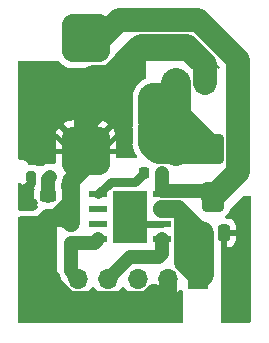
<source format=gbr>
%TF.GenerationSoftware,KiCad,Pcbnew,7.0.9*%
%TF.CreationDate,2024-06-21T09:26:43+09:00*%
%TF.ProjectId,08-REG_mod,30382d52-4547-45f6-9d6f-642e6b696361,rev?*%
%TF.SameCoordinates,Original*%
%TF.FileFunction,Copper,L1,Top*%
%TF.FilePolarity,Positive*%
%FSLAX46Y46*%
G04 Gerber Fmt 4.6, Leading zero omitted, Abs format (unit mm)*
G04 Created by KiCad (PCBNEW 7.0.9) date 2024-06-21 09:26:43*
%MOMM*%
%LPD*%
G01*
G04 APERTURE LIST*
G04 Aperture macros list*
%AMRoundRect*
0 Rectangle with rounded corners*
0 $1 Rounding radius*
0 $2 $3 $4 $5 $6 $7 $8 $9 X,Y pos of 4 corners*
0 Add a 4 corners polygon primitive as box body*
4,1,4,$2,$3,$4,$5,$6,$7,$8,$9,$2,$3,0*
0 Add four circle primitives for the rounded corners*
1,1,$1+$1,$2,$3*
1,1,$1+$1,$4,$5*
1,1,$1+$1,$6,$7*
1,1,$1+$1,$8,$9*
0 Add four rect primitives between the rounded corners*
20,1,$1+$1,$2,$3,$4,$5,0*
20,1,$1+$1,$4,$5,$6,$7,0*
20,1,$1+$1,$6,$7,$8,$9,0*
20,1,$1+$1,$8,$9,$2,$3,0*%
G04 Aperture macros list end*
%TA.AperFunction,SMDPad,CuDef*%
%ADD10RoundRect,1.025000X1.025000X-1.025000X1.025000X1.025000X-1.025000X1.025000X-1.025000X-1.025000X0*%
%TD*%
%TA.AperFunction,SMDPad,CuDef*%
%ADD11RoundRect,0.250000X0.650000X-1.000000X0.650000X1.000000X-0.650000X1.000000X-0.650000X-1.000000X0*%
%TD*%
%TA.AperFunction,SMDPad,CuDef*%
%ADD12R,1.550000X0.600000*%
%TD*%
%TA.AperFunction,ComponentPad*%
%ADD13C,0.600000*%
%TD*%
%TA.AperFunction,SMDPad,CuDef*%
%ADD14R,2.600000X3.100000*%
%TD*%
%TA.AperFunction,SMDPad,CuDef*%
%ADD15R,2.950000X4.500000*%
%TD*%
%TA.AperFunction,SMDPad,CuDef*%
%ADD16RoundRect,0.250000X-0.250000X-0.475000X0.250000X-0.475000X0.250000X0.475000X-0.250000X0.475000X0*%
%TD*%
%TA.AperFunction,SMDPad,CuDef*%
%ADD17RoundRect,0.200000X-0.275000X0.200000X-0.275000X-0.200000X0.275000X-0.200000X0.275000X0.200000X0*%
%TD*%
%TA.AperFunction,SMDPad,CuDef*%
%ADD18RoundRect,0.225000X-0.225000X-0.250000X0.225000X-0.250000X0.225000X0.250000X-0.225000X0.250000X0*%
%TD*%
%TA.AperFunction,SMDPad,CuDef*%
%ADD19RoundRect,0.243750X-0.456250X0.243750X-0.456250X-0.243750X0.456250X-0.243750X0.456250X0.243750X0*%
%TD*%
%TA.AperFunction,SMDPad,CuDef*%
%ADD20RoundRect,0.200000X0.200000X0.275000X-0.200000X0.275000X-0.200000X-0.275000X0.200000X-0.275000X0*%
%TD*%
%TA.AperFunction,ComponentPad*%
%ADD21R,1.700000X1.700000*%
%TD*%
%TA.AperFunction,ComponentPad*%
%ADD22O,1.700000X1.700000*%
%TD*%
%TA.AperFunction,ComponentPad*%
%ADD23R,1.600000X1.600000*%
%TD*%
%TA.AperFunction,ComponentPad*%
%ADD24C,1.600000*%
%TD*%
%TA.AperFunction,ViaPad*%
%ADD25C,0.800000*%
%TD*%
%TA.AperFunction,Conductor*%
%ADD26C,0.400000*%
%TD*%
%TA.AperFunction,Conductor*%
%ADD27C,0.600000*%
%TD*%
%TA.AperFunction,Conductor*%
%ADD28C,0.800000*%
%TD*%
%TA.AperFunction,Conductor*%
%ADD29C,2.500000*%
%TD*%
%TA.AperFunction,Conductor*%
%ADD30C,2.000000*%
%TD*%
%TA.AperFunction,Conductor*%
%ADD31C,1.500000*%
%TD*%
%TA.AperFunction,Conductor*%
%ADD32C,1.200000*%
%TD*%
G04 APERTURE END LIST*
D10*
%TO.P,L1,1*%
%TO.N,Net-(D1-K)*%
X108585000Y-57810000D03*
%TO.P,L1,2*%
%TO.N,VOUT*%
X108585000Y-67310000D03*
%TD*%
D11*
%TO.P,D1,1,K*%
%TO.N,Net-(D1-K)*%
X119380000Y-71215000D03*
%TO.P,D1,2,A*%
%TO.N,GND*%
X119380000Y-67215000D03*
%TD*%
D12*
%TO.P,U1,1,BOOT*%
%TO.N,Net-(U1-BOOT)*%
X109660000Y-71015000D03*
%TO.P,U1,2,NC*%
%TO.N,unconnected-(U1-NC-Pad2)*%
X109660000Y-72285000D03*
%TO.P,U1,3,NC*%
%TO.N,unconnected-(U1-NC-Pad3)*%
X109660000Y-73555000D03*
%TO.P,U1,4,VSENSE*%
%TO.N,Trim*%
X109660000Y-74825000D03*
%TO.P,U1,5,EN*%
%TO.N,EN*%
X115060000Y-74825000D03*
%TO.P,U1,6,GND*%
%TO.N,GND*%
X115060000Y-73555000D03*
%TO.P,U1,7,VIN*%
%TO.N,VDD*%
X115060000Y-72285000D03*
%TO.P,U1,8,PH*%
%TO.N,Net-(D1-K)*%
X115060000Y-71015000D03*
D13*
%TO.P,U1,9,GNDPAD*%
%TO.N,GND*%
X111760000Y-71120000D03*
X111760000Y-72320000D03*
X111760000Y-73620000D03*
X111760000Y-74720000D03*
D14*
X112360000Y-72920000D03*
D15*
X112360000Y-72920000D03*
D13*
X112960000Y-71120000D03*
X112960000Y-72320000D03*
X112960000Y-73620000D03*
X112960000Y-74720000D03*
%TD*%
D16*
%TO.P,C1,1*%
%TO.N,VDD*%
X118430000Y-74295000D03*
%TO.P,C1,2*%
%TO.N,GND*%
X120330000Y-74295000D03*
%TD*%
D17*
%TO.P,R1,1*%
%TO.N,VOUT*%
X107315000Y-73470000D03*
%TO.P,R1,2*%
%TO.N,Trim*%
X107315000Y-75120000D03*
%TD*%
D18*
%TO.P,C2,1*%
%TO.N,Net-(U1-BOOT)*%
X113525000Y-69215000D03*
%TO.P,C2,2*%
%TO.N,Net-(D1-K)*%
X115075000Y-69215000D03*
%TD*%
D19*
%TO.P,D2,1,K*%
%TO.N,Net-(D2-K)*%
X105410000Y-71120000D03*
%TO.P,D2,2,A*%
%TO.N,VOUT*%
X105410000Y-72995000D03*
%TD*%
D20*
%TO.P,R2,1*%
%TO.N,Net-(D2-K)*%
X105600000Y-69517500D03*
%TO.P,R2,2*%
%TO.N,GND*%
X103950000Y-69517500D03*
%TD*%
D21*
%TO.P,J1,1,Pin_1*%
%TO.N,VDD*%
X118105000Y-78175000D03*
D22*
%TO.P,J1,2,Pin_2*%
%TO.N,VOUT*%
X115565000Y-78175000D03*
%TO.P,J1,3,Pin_3*%
%TO.N,GND*%
X113025000Y-78175000D03*
%TO.P,J1,4,Pin_4*%
%TO.N,EN*%
X110485000Y-78175000D03*
%TO.P,J1,5,Pin_5*%
%TO.N,Trim*%
X107945000Y-78175000D03*
%TD*%
D23*
%TO.P,C3,1*%
%TO.N,VOUT*%
X118705000Y-61595000D03*
D24*
%TO.P,C3,2*%
%TO.N,GND*%
X116205000Y-61595000D03*
%TD*%
D25*
%TO.N,GND*%
X104140000Y-71755000D03*
X103505000Y-70485000D03*
X121920000Y-75565000D03*
X120650000Y-76835000D03*
X120650000Y-81280000D03*
X121920000Y-81280000D03*
X121920000Y-72390000D03*
X116205000Y-65405000D03*
X116205000Y-67310000D03*
X114300000Y-66675000D03*
X114300000Y-64770000D03*
X114300000Y-62865000D03*
%TD*%
D26*
%TO.N,VOUT*%
X109855000Y-67310000D02*
X111125000Y-66040000D01*
X108585000Y-67310000D02*
X109855000Y-67310000D01*
X107315000Y-67310000D02*
X106045000Y-66040000D01*
X108585000Y-67310000D02*
X111760000Y-67310000D01*
X108585000Y-67310000D02*
X105410000Y-67310000D01*
%TO.N,GND*%
X113025000Y-73555000D02*
X112960000Y-73620000D01*
D27*
X115060000Y-73555000D02*
X113025000Y-73555000D01*
D28*
X103950000Y-70040000D02*
X103505000Y-70485000D01*
X103950000Y-69517500D02*
X103950000Y-70040000D01*
D29*
X116350000Y-67165000D02*
X119030000Y-67165000D01*
X116205000Y-67310000D02*
X116350000Y-67165000D01*
X116060000Y-67165000D02*
X116205000Y-67310000D01*
X114935000Y-64770000D02*
X114935000Y-64770000D01*
X114300000Y-64770000D02*
X114935000Y-64770000D01*
X114300000Y-64135000D02*
X114300000Y-64770000D01*
X114300000Y-65405000D02*
X114300000Y-66040000D01*
X114935000Y-64770000D02*
X114300000Y-65405000D01*
X114300000Y-64135000D02*
X114300000Y-64135000D01*
X119030000Y-67215000D02*
X117855000Y-66040000D01*
X119030000Y-67165000D02*
X119030000Y-67215000D01*
X114790000Y-67165000D02*
X116060000Y-67165000D01*
X114300000Y-66675000D02*
X114790000Y-67165000D01*
X114300000Y-66040000D02*
X114300000Y-66675000D01*
X116205000Y-64390000D02*
X116205000Y-61595000D01*
X114300000Y-66040000D02*
X117855000Y-66040000D01*
X117855000Y-66040000D02*
X116205000Y-64390000D01*
X114300000Y-62865000D02*
X114300000Y-64135000D01*
X114935000Y-62865000D02*
X114300000Y-62865000D01*
D30*
%TO.N,VOUT*%
X108585000Y-64770000D02*
X111125000Y-62230000D01*
X108585000Y-67310000D02*
X108585000Y-64770000D01*
D31*
X107315000Y-71789999D02*
X107315000Y-71120000D01*
X106109999Y-72995000D02*
X107315000Y-71789999D01*
X105410000Y-72995000D02*
X106109999Y-72995000D01*
X107315000Y-71120000D02*
X107315000Y-69850000D01*
X107315000Y-73470000D02*
X107315000Y-71120000D01*
X105765000Y-78540585D02*
X107199415Y-79975000D01*
X114935001Y-80010000D02*
X115565000Y-80010000D01*
X105765000Y-78187032D02*
X105765000Y-78540585D01*
X113770585Y-79975000D02*
X114335293Y-79410292D01*
X105410000Y-77832032D02*
X105765000Y-78187032D01*
X107199415Y-79975000D02*
X113770585Y-79975000D01*
X105410000Y-72995000D02*
X105410000Y-77832032D01*
X114335293Y-79410292D02*
X114935001Y-80010000D01*
X104140000Y-74265000D02*
X105410000Y-72995000D01*
X104140000Y-78625000D02*
X104140000Y-74265000D01*
X106680000Y-81165000D02*
X104140000Y-78625000D01*
X115050000Y-81165000D02*
X106680000Y-81165000D01*
X115565000Y-80650000D02*
X115050000Y-81165000D01*
X115565000Y-78175000D02*
X115565000Y-80650000D01*
%TO.N,VDD*%
X116840000Y-76835000D02*
X116840000Y-72705000D01*
X116840000Y-72705000D02*
X116420000Y-72285000D01*
X117855000Y-77850000D02*
X116840000Y-76835000D01*
X118430000Y-77850000D02*
X117855000Y-77850000D01*
D30*
%TO.N,VOUT*%
X118705000Y-59951270D02*
X118705000Y-61595000D01*
X113267500Y-58445000D02*
X117198730Y-58445000D01*
X110652500Y-61060000D02*
X113267500Y-58445000D01*
X109220000Y-61060000D02*
X110652500Y-61060000D01*
X117198730Y-58445000D02*
X118705000Y-59951270D01*
X108585000Y-61695000D02*
X109220000Y-61060000D01*
X108585000Y-67310000D02*
X108585000Y-61695000D01*
%TO.N,Net-(D1-K)*%
X121480000Y-59615000D02*
X121480000Y-69115000D01*
X121480000Y-69115000D02*
X119380000Y-71215000D01*
X118110000Y-56245000D02*
X121480000Y-59615000D01*
X111395000Y-56245000D02*
X118110000Y-56245000D01*
X109855000Y-57785000D02*
X111395000Y-56245000D01*
X109855000Y-57810000D02*
X109855000Y-57785000D01*
D32*
X118900000Y-70735000D02*
X115060000Y-70735000D01*
%TO.N,Net-(D2-K)*%
X105410000Y-69707500D02*
X105600000Y-69517500D01*
X105410000Y-71120000D02*
X105410000Y-69707500D01*
%TO.N,Trim*%
X107315000Y-77545000D02*
X107945000Y-78175000D01*
X107315000Y-75120000D02*
X107315000Y-77545000D01*
X109365000Y-75120000D02*
X107315000Y-75120000D01*
X109660000Y-74825000D02*
X109365000Y-75120000D01*
%TO.N,EN*%
X115060000Y-76075000D02*
X115060000Y-74825000D01*
X114810000Y-76325000D02*
X115060000Y-76075000D01*
X112335000Y-76325000D02*
X114810000Y-76325000D01*
X110485000Y-78175000D02*
X112335000Y-76325000D01*
%TO.N,Net-(D1-K)*%
X119380000Y-71215000D02*
X118900000Y-70735000D01*
X115075000Y-70720000D02*
X115060000Y-70735000D01*
X115075000Y-69215000D02*
X115075000Y-70720000D01*
D28*
%TO.N,Net-(U1-BOOT)*%
X110715000Y-69960000D02*
X109660000Y-71015000D01*
X112780000Y-69960000D02*
X110715000Y-69960000D01*
X113525000Y-69215000D02*
X112780000Y-69960000D01*
D31*
%TO.N,VDD*%
X116420000Y-72285000D02*
X118430000Y-74295000D01*
X115060000Y-72285000D02*
X116420000Y-72285000D01*
%TO.N,VOUT*%
X107315000Y-69850000D02*
X109855000Y-67310000D01*
X106840000Y-72995000D02*
X107315000Y-73470000D01*
X105410000Y-72995000D02*
X106840000Y-72995000D01*
%TO.N,VDD*%
X118430000Y-77850000D02*
X118105000Y-78175000D01*
D30*
X118430000Y-74295000D02*
X118430000Y-77850000D01*
%TD*%
%TA.AperFunction,Conductor*%
%TO.N,VOUT*%
G36*
X105603039Y-72764685D02*
G01*
X105648794Y-72817489D01*
X105660000Y-72869000D01*
X105660000Y-73982500D01*
X105918965Y-73982500D01*
X105918965Y-73983583D01*
X105982628Y-73998795D01*
X106031018Y-74049195D01*
X106045000Y-74106396D01*
X106045000Y-78105000D01*
X106295120Y-78105000D01*
X106362159Y-78124685D01*
X106392590Y-78152347D01*
X106424289Y-78192656D01*
X106426901Y-78196232D01*
X106462520Y-78248861D01*
X106462526Y-78248868D01*
X106487859Y-78274201D01*
X106492758Y-78279721D01*
X106514905Y-78307883D01*
X106514909Y-78307887D01*
X106562951Y-78349516D01*
X106566191Y-78352533D01*
X106581270Y-78367612D01*
X106613364Y-78423200D01*
X106671094Y-78638655D01*
X106671096Y-78638659D01*
X106671097Y-78638663D01*
X106751004Y-78810023D01*
X106770965Y-78852830D01*
X106770967Y-78852834D01*
X106840044Y-78951485D01*
X106906505Y-79046401D01*
X107073599Y-79213495D01*
X107150479Y-79267327D01*
X107267165Y-79349032D01*
X107267167Y-79349033D01*
X107267170Y-79349035D01*
X107481337Y-79448903D01*
X107709592Y-79510063D01*
X107886034Y-79525500D01*
X107944999Y-79530659D01*
X107945000Y-79530659D01*
X107945001Y-79530659D01*
X108003966Y-79525500D01*
X108180408Y-79510063D01*
X108408663Y-79448903D01*
X108622830Y-79349035D01*
X108816401Y-79213495D01*
X108983495Y-79046401D01*
X109113425Y-78860842D01*
X109168002Y-78817217D01*
X109237500Y-78810023D01*
X109299855Y-78841546D01*
X109316575Y-78860842D01*
X109446500Y-79046395D01*
X109446505Y-79046401D01*
X109613599Y-79213495D01*
X109690479Y-79267327D01*
X109807165Y-79349032D01*
X109807167Y-79349033D01*
X109807170Y-79349035D01*
X110021337Y-79448903D01*
X110249592Y-79510063D01*
X110426034Y-79525500D01*
X110484999Y-79530659D01*
X110485000Y-79530659D01*
X110485001Y-79530659D01*
X110543966Y-79525500D01*
X110720408Y-79510063D01*
X110948663Y-79448903D01*
X111162830Y-79349035D01*
X111356401Y-79213495D01*
X111523495Y-79046401D01*
X111653425Y-78860842D01*
X111708002Y-78817217D01*
X111777500Y-78810023D01*
X111839855Y-78841546D01*
X111856575Y-78860842D01*
X111986500Y-79046395D01*
X111986505Y-79046401D01*
X112153599Y-79213495D01*
X112230479Y-79267327D01*
X112347165Y-79349032D01*
X112347167Y-79349033D01*
X112347170Y-79349035D01*
X112561337Y-79448903D01*
X112789592Y-79510063D01*
X112966034Y-79525500D01*
X113024999Y-79530659D01*
X113025000Y-79530659D01*
X113025001Y-79530659D01*
X113083966Y-79525500D01*
X113260408Y-79510063D01*
X113488663Y-79448903D01*
X113702830Y-79349035D01*
X113896401Y-79213495D01*
X114063495Y-79046401D01*
X114193730Y-78860405D01*
X114248307Y-78816781D01*
X114317805Y-78809587D01*
X114380160Y-78841110D01*
X114396879Y-78860405D01*
X114526890Y-79046078D01*
X114693917Y-79213105D01*
X114887421Y-79348600D01*
X115101507Y-79448429D01*
X115101516Y-79448433D01*
X115315000Y-79505634D01*
X115315000Y-78610501D01*
X115422685Y-78659680D01*
X115529237Y-78675000D01*
X115600763Y-78675000D01*
X115707315Y-78659680D01*
X115815000Y-78610501D01*
X115815000Y-79505633D01*
X116028483Y-79448433D01*
X116028492Y-79448429D01*
X116242578Y-79348600D01*
X116436078Y-79213108D01*
X116558133Y-79091053D01*
X116619456Y-79057568D01*
X116689148Y-79062552D01*
X116745082Y-79104423D01*
X116761997Y-79135401D01*
X116811202Y-79267327D01*
X116811203Y-79267328D01*
X116811204Y-79267331D01*
X116815265Y-79272755D01*
X116839684Y-79338216D01*
X116840000Y-79347068D01*
X116840000Y-81790500D01*
X116820315Y-81857539D01*
X116767511Y-81903294D01*
X116716000Y-81914500D01*
X102994500Y-81914500D01*
X102927461Y-81894815D01*
X102881706Y-81842011D01*
X102870500Y-81790500D01*
X102870500Y-73245000D01*
X104210000Y-73245000D01*
X104210000Y-73288315D01*
X104220407Y-73390173D01*
X104275094Y-73555209D01*
X104275096Y-73555214D01*
X104366370Y-73703191D01*
X104489308Y-73826129D01*
X104637285Y-73917403D01*
X104637290Y-73917405D01*
X104802326Y-73972092D01*
X104904184Y-73982499D01*
X104904197Y-73982500D01*
X105160000Y-73982500D01*
X105160000Y-73245000D01*
X104210000Y-73245000D01*
X102870500Y-73245000D01*
X102870500Y-73019500D01*
X102890185Y-72952461D01*
X102942989Y-72906706D01*
X102994500Y-72895500D01*
X104208698Y-72895500D01*
X104208702Y-72895500D01*
X104235741Y-72894051D01*
X104235748Y-72894050D01*
X104235752Y-72894050D01*
X104235753Y-72894050D01*
X104275561Y-72889769D01*
X104328973Y-72881114D01*
X104463782Y-72830832D01*
X104525105Y-72797347D01*
X104561994Y-72769732D01*
X104627456Y-72745316D01*
X104636303Y-72745000D01*
X105536000Y-72745000D01*
X105603039Y-72764685D01*
G37*
%TD.AperFunction*%
%TA.AperFunction,Conductor*%
G36*
X106849530Y-69688109D02*
G01*
X106859500Y-69693530D01*
X106876413Y-69703754D01*
X107104827Y-69795684D01*
X107104834Y-69795686D01*
X107345031Y-69849782D01*
X107345041Y-69849784D01*
X107489734Y-69860000D01*
X107826000Y-69860000D01*
X107893039Y-69879685D01*
X107938794Y-69932489D01*
X107950000Y-69984000D01*
X107950000Y-72480461D01*
X107930315Y-72547500D01*
X107877511Y-72593255D01*
X107808353Y-72603199D01*
X107789110Y-72598847D01*
X107717101Y-72576408D01*
X107646572Y-72570000D01*
X107565000Y-72570000D01*
X107565000Y-73596000D01*
X107546207Y-73660000D01*
X107087028Y-73660000D01*
X107076206Y-73647511D01*
X107065000Y-73596000D01*
X107065000Y-72570000D01*
X107064999Y-72569999D01*
X106983417Y-72570000D01*
X106912897Y-72576408D01*
X106912892Y-72576409D01*
X106743441Y-72629213D01*
X106742905Y-72627493D01*
X106683153Y-72635743D01*
X106619761Y-72606363D01*
X106583781Y-72552110D01*
X106544905Y-72434790D01*
X106544903Y-72434785D01*
X106453629Y-72286808D01*
X106330690Y-72163869D01*
X106330685Y-72163865D01*
X106329822Y-72163333D01*
X106329353Y-72162812D01*
X106325023Y-72159388D01*
X106325608Y-72158648D01*
X106283096Y-72111386D01*
X106271873Y-72042424D01*
X106299716Y-71978341D01*
X106325398Y-71956086D01*
X106325336Y-71956007D01*
X106327106Y-71954607D01*
X106329820Y-71952255D01*
X106331003Y-71951526D01*
X106454026Y-71828503D01*
X106545362Y-71680425D01*
X106600087Y-71515275D01*
X106610500Y-71413348D01*
X106610500Y-70826652D01*
X106600087Y-70724725D01*
X106545362Y-70559575D01*
X106545358Y-70559568D01*
X106528961Y-70532984D01*
X106510500Y-70467888D01*
X106510500Y-70177993D01*
X106525668Y-70118566D01*
X106616248Y-69952682D01*
X106677238Y-69761887D01*
X106716399Y-69704027D01*
X106780628Y-69676523D01*
X106849530Y-69688109D01*
G37*
%TD.AperFunction*%
%TA.AperFunction,Conductor*%
G36*
X117504149Y-57765185D02*
G01*
X117524791Y-57781819D01*
X119903472Y-60160500D01*
X119936957Y-60221823D01*
X119931973Y-60291515D01*
X119890101Y-60347448D01*
X119824637Y-60371865D01*
X119756364Y-60357013D01*
X119753243Y-60355007D01*
X119747086Y-60351645D01*
X119612379Y-60301403D01*
X119612372Y-60301401D01*
X119552844Y-60295000D01*
X118955000Y-60295000D01*
X118955000Y-61279314D01*
X118943045Y-61267359D01*
X118830148Y-61209835D01*
X118736481Y-61195000D01*
X118673519Y-61195000D01*
X118579852Y-61209835D01*
X118466955Y-61267359D01*
X118455000Y-61279314D01*
X118455000Y-60295000D01*
X117857155Y-60295000D01*
X117797627Y-60301401D01*
X117797620Y-60301403D01*
X117662913Y-60351645D01*
X117662908Y-60351648D01*
X117655683Y-60357057D01*
X117590218Y-60381471D01*
X117521945Y-60366617D01*
X117495106Y-60339775D01*
X117492441Y-60342441D01*
X116840000Y-59690000D01*
X113665000Y-59690000D01*
X113665000Y-61149186D01*
X113645315Y-61216225D01*
X113592511Y-61261980D01*
X113586303Y-61264614D01*
X113538360Y-61283430D01*
X113483484Y-61315111D01*
X113479386Y-61317277D01*
X113422295Y-61344772D01*
X113422290Y-61344774D01*
X113369945Y-61380463D01*
X113366019Y-61382930D01*
X113311149Y-61414609D01*
X113261600Y-61454122D01*
X113257870Y-61456874D01*
X113205522Y-61492566D01*
X113205514Y-61492572D01*
X113159071Y-61535664D01*
X113155558Y-61538688D01*
X113106020Y-61578193D01*
X113062920Y-61624642D01*
X113059642Y-61627920D01*
X113013193Y-61671020D01*
X112973688Y-61720558D01*
X112970664Y-61724071D01*
X112927572Y-61770514D01*
X112927566Y-61770522D01*
X112891874Y-61822870D01*
X112889122Y-61826600D01*
X112849609Y-61876149D01*
X112817930Y-61931019D01*
X112815463Y-61934945D01*
X112779774Y-61987290D01*
X112779772Y-61987295D01*
X112752277Y-62044386D01*
X112750111Y-62048484D01*
X112718431Y-62103358D01*
X112695285Y-62162332D01*
X112693431Y-62166581D01*
X112665943Y-62223660D01*
X112665934Y-62223683D01*
X112647262Y-62284217D01*
X112645731Y-62288593D01*
X112622581Y-62347579D01*
X112622577Y-62347593D01*
X112608478Y-62409364D01*
X112607278Y-62413843D01*
X112588606Y-62474376D01*
X112588605Y-62474380D01*
X112588604Y-62474385D01*
X112585266Y-62496527D01*
X112579159Y-62537038D01*
X112578297Y-62541592D01*
X112564198Y-62603372D01*
X112564198Y-62603373D01*
X112559462Y-62666556D01*
X112558943Y-62671163D01*
X112549500Y-62733808D01*
X112549500Y-64901191D01*
X112558943Y-64963838D01*
X112559462Y-64968445D01*
X112564198Y-65031632D01*
X112570419Y-65058888D01*
X112572749Y-65100347D01*
X112572297Y-65104358D01*
X112571905Y-65107843D01*
X112570741Y-65114697D01*
X112564198Y-65143367D01*
X112564196Y-65143375D01*
X112556841Y-65241539D01*
X112545818Y-65339364D01*
X112549500Y-65437731D01*
X112549500Y-66642268D01*
X112545818Y-66740635D01*
X112556841Y-66838460D01*
X112564196Y-66936624D01*
X112564197Y-66936629D01*
X112570738Y-66965285D01*
X112571904Y-66972144D01*
X112575194Y-67001349D01*
X112600671Y-67096430D01*
X112622581Y-67192420D01*
X112633317Y-67219777D01*
X112635491Y-67226382D01*
X112643098Y-67254768D01*
X112643100Y-67254776D01*
X112682464Y-67344999D01*
X112718431Y-67436641D01*
X112718432Y-67436645D01*
X112733126Y-67462094D01*
X112736261Y-67468304D01*
X112748014Y-67495241D01*
X112748019Y-67495251D01*
X112800392Y-67578602D01*
X112849613Y-67663856D01*
X112867936Y-67686832D01*
X112871961Y-67692506D01*
X112887602Y-67717397D01*
X112907153Y-67740116D01*
X112935962Y-67803770D01*
X112925784Y-67872894D01*
X112879850Y-67925543D01*
X112813165Y-67945000D01*
X111259000Y-67945000D01*
X111191961Y-67925315D01*
X111146206Y-67872511D01*
X111135000Y-67821000D01*
X111135000Y-66214734D01*
X111124784Y-66070041D01*
X111124782Y-66070031D01*
X111070686Y-65829834D01*
X111070684Y-65829827D01*
X110978755Y-65601414D01*
X110853814Y-65394738D01*
X108672681Y-67575872D01*
X108611358Y-67609357D01*
X108541666Y-67604373D01*
X108497319Y-67575872D01*
X106316184Y-65394737D01*
X106316183Y-65394738D01*
X106191247Y-65601410D01*
X106191242Y-65601419D01*
X106099315Y-65829827D01*
X106099313Y-65829834D01*
X106045217Y-66070031D01*
X106045215Y-66070041D01*
X106035000Y-66214734D01*
X106035000Y-68328104D01*
X106015315Y-68395143D01*
X105962511Y-68440898D01*
X105893353Y-68450842D01*
X105890437Y-68450387D01*
X105678876Y-68414812D01*
X105678868Y-68414811D01*
X105678867Y-68414811D01*
X105573811Y-68417312D01*
X105468755Y-68419813D01*
X105468745Y-68419814D01*
X105263399Y-68464483D01*
X105263386Y-68464487D01*
X105070190Y-68547219D01*
X105053241Y-68558691D01*
X104986688Y-68579965D01*
X104983739Y-68580000D01*
X104397434Y-68580000D01*
X104360545Y-68574386D01*
X104350625Y-68571295D01*
X104277196Y-68548414D01*
X104206616Y-68542000D01*
X104206613Y-68542000D01*
X103817843Y-68542000D01*
X103750804Y-68522315D01*
X103705049Y-68469511D01*
X103698869Y-68452946D01*
X103695801Y-68442496D01*
X103618013Y-68321457D01*
X103618008Y-68321451D01*
X103572264Y-68268659D01*
X103572260Y-68268656D01*
X103572258Y-68268653D01*
X103463524Y-68174433D01*
X103463521Y-68174431D01*
X103463519Y-68174430D01*
X103332653Y-68114664D01*
X103332648Y-68114662D01*
X103332647Y-68114662D01*
X103310046Y-68108025D01*
X103265613Y-68094978D01*
X103265607Y-68094976D01*
X103180154Y-68082690D01*
X103123188Y-68074500D01*
X102994500Y-68074500D01*
X102927461Y-68054815D01*
X102881706Y-68002011D01*
X102870500Y-67950500D01*
X102870500Y-65041184D01*
X106669737Y-65041184D01*
X108585000Y-66956446D01*
X108585001Y-66956446D01*
X110500260Y-65041184D01*
X110293583Y-64916244D01*
X110293580Y-64916242D01*
X110065172Y-64824315D01*
X110065165Y-64824313D01*
X109824968Y-64770217D01*
X109824958Y-64770215D01*
X109680266Y-64760000D01*
X107489734Y-64760000D01*
X107345041Y-64770215D01*
X107345031Y-64770217D01*
X107104834Y-64824313D01*
X107104827Y-64824315D01*
X106876419Y-64916242D01*
X106876410Y-64916247D01*
X106669738Y-65041183D01*
X106669737Y-65041184D01*
X102870500Y-65041184D01*
X102870500Y-59814000D01*
X102890185Y-59746961D01*
X102942989Y-59701206D01*
X102994500Y-59690000D01*
X106227225Y-59690000D01*
X106294264Y-59709685D01*
X106321678Y-59733659D01*
X106477798Y-59917201D01*
X106587990Y-60010930D01*
X106665411Y-60076784D01*
X106876191Y-60204205D01*
X107104683Y-60296165D01*
X107344966Y-60350281D01*
X107489705Y-60360500D01*
X109680294Y-60360499D01*
X109825034Y-60350281D01*
X110065317Y-60296165D01*
X110293809Y-60204205D01*
X110504589Y-60076784D01*
X110692201Y-59917201D01*
X110851784Y-59729589D01*
X110979205Y-59518809D01*
X111071165Y-59290317D01*
X111116028Y-59091116D01*
X111149313Y-59030686D01*
X112398181Y-57781819D01*
X112459504Y-57748334D01*
X112485862Y-57745500D01*
X117437110Y-57745500D01*
X117504149Y-57765185D01*
G37*
%TD.AperFunction*%
%TD*%
%TA.AperFunction,Conductor*%
%TO.N,GND*%
G36*
X122497539Y-71139685D02*
G01*
X122543294Y-71192489D01*
X122554500Y-71244000D01*
X122554500Y-81790500D01*
X122534815Y-81857539D01*
X122482011Y-81903294D01*
X122430500Y-81914500D01*
X120139000Y-81914500D01*
X120071961Y-81894815D01*
X120026206Y-81842011D01*
X120015000Y-81790500D01*
X120015000Y-75636361D01*
X120034685Y-75569322D01*
X120051319Y-75548680D01*
X120080000Y-75519999D01*
X120080000Y-74545000D01*
X120580000Y-74545000D01*
X120580000Y-75519999D01*
X120629972Y-75519999D01*
X120629986Y-75519998D01*
X120732697Y-75509505D01*
X120899119Y-75454358D01*
X120899124Y-75454356D01*
X121048345Y-75362315D01*
X121172315Y-75238345D01*
X121264356Y-75089124D01*
X121264358Y-75089119D01*
X121319505Y-74922697D01*
X121319506Y-74922690D01*
X121329999Y-74819986D01*
X121330000Y-74819973D01*
X121330000Y-74545000D01*
X120580000Y-74545000D01*
X120080000Y-74545000D01*
X120080000Y-74169000D01*
X120099685Y-74101961D01*
X120152489Y-74056206D01*
X120204000Y-74045000D01*
X121329999Y-74045000D01*
X121329999Y-73770028D01*
X121329998Y-73770013D01*
X121319505Y-73667302D01*
X121264358Y-73500880D01*
X121264356Y-73500875D01*
X121172315Y-73351654D01*
X121048345Y-73227684D01*
X120899124Y-73135643D01*
X120899119Y-73135641D01*
X120732697Y-73080494D01*
X120732690Y-73080493D01*
X120629986Y-73070000D01*
X120510656Y-73070000D01*
X120443617Y-73050315D01*
X120397862Y-72997511D01*
X120387918Y-72928353D01*
X120416943Y-72864797D01*
X120445561Y-72840461D01*
X120498651Y-72807715D01*
X120498650Y-72807715D01*
X120498656Y-72807712D01*
X120622712Y-72683656D01*
X120714814Y-72534334D01*
X120769999Y-72367797D01*
X120776643Y-72302756D01*
X120803038Y-72238066D01*
X120812303Y-72227696D01*
X121883681Y-71156319D01*
X121945004Y-71122834D01*
X121971362Y-71120000D01*
X122430500Y-71120000D01*
X122497539Y-71139685D01*
G37*
%TD.AperFunction*%
%TD*%
%TA.AperFunction,Conductor*%
%TO.N,GND*%
G36*
X104143039Y-69287185D02*
G01*
X104188794Y-69339989D01*
X104200000Y-69391500D01*
X104200000Y-70492499D01*
X104218673Y-70511172D01*
X104252158Y-70572495D01*
X104248698Y-70637857D01*
X104219913Y-70724723D01*
X104209500Y-70826644D01*
X104209500Y-71413355D01*
X104219913Y-71515276D01*
X104274637Y-71680422D01*
X104274642Y-71680433D01*
X104365971Y-71828499D01*
X104365974Y-71828503D01*
X104494104Y-71956633D01*
X104493139Y-71957597D01*
X104529016Y-72008260D01*
X104532158Y-72078059D01*
X104505111Y-72130095D01*
X104497360Y-72138965D01*
X104494510Y-72142014D01*
X104282844Y-72353681D01*
X104221521Y-72387166D01*
X104195163Y-72390000D01*
X102994500Y-72390000D01*
X102927461Y-72370315D01*
X102881706Y-72317511D01*
X102870500Y-72266000D01*
X102870500Y-70134108D01*
X102890185Y-70067069D01*
X102942989Y-70021314D01*
X103012147Y-70011370D01*
X103075703Y-70040395D01*
X103102215Y-70076015D01*
X103103102Y-70075480D01*
X103194927Y-70227377D01*
X103315122Y-70347572D01*
X103460604Y-70435519D01*
X103460603Y-70435519D01*
X103622894Y-70486090D01*
X103622893Y-70486090D01*
X103693408Y-70492498D01*
X103693426Y-70492499D01*
X103699999Y-70492498D01*
X103700000Y-70492498D01*
X103700000Y-69391500D01*
X103719685Y-69324461D01*
X103772489Y-69278706D01*
X103824000Y-69267500D01*
X104076000Y-69267500D01*
X104143039Y-69287185D01*
G37*
%TD.AperFunction*%
%TD*%
M02*

</source>
